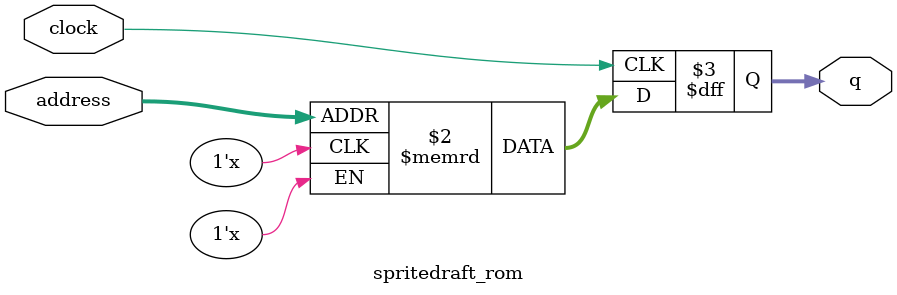
<source format=sv>
module spritedraft_rom (
	input logic clock,
	input logic [8:0] address,
	output logic [3:0] q
);

logic [3:0] memory [0:265] /* synthesis ram_init_file = "./spritedraft/spritedraft.mif" */;

always_ff @ (posedge clock) begin
	q <= memory[address];
end

endmodule

</source>
